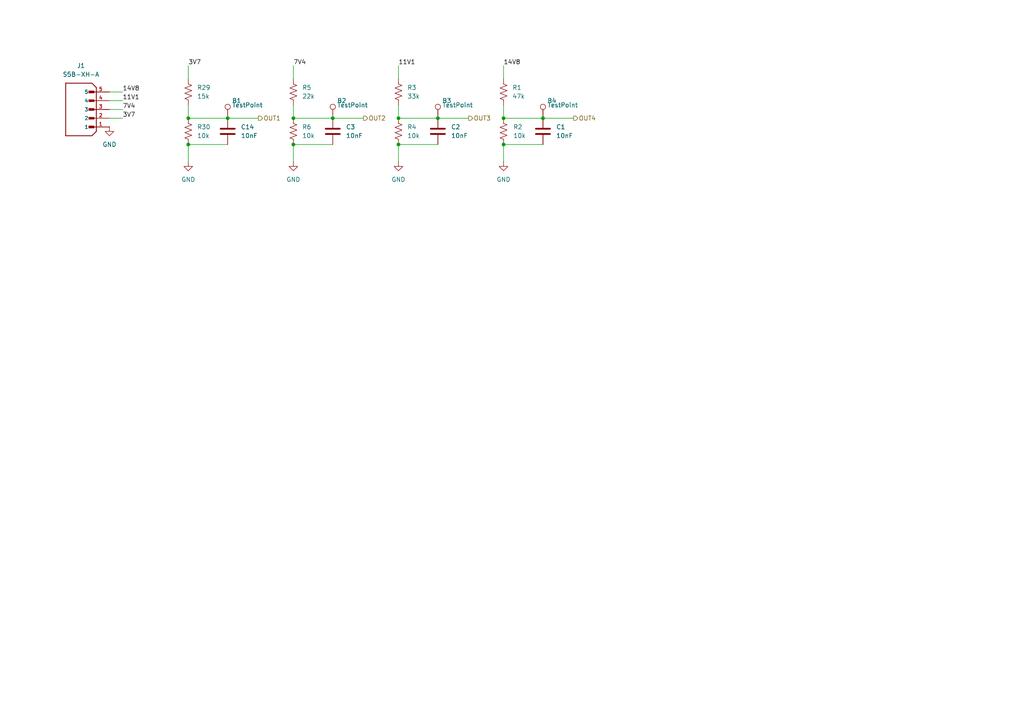
<source format=kicad_sch>
(kicad_sch
	(version 20250114)
	(generator "eeschema")
	(generator_version "9.0")
	(uuid "64dd58dd-0f80-4046-8958-33031e8c772b")
	(paper "A4")
	(lib_symbols
		(symbol "Connector:TestPoint"
			(pin_numbers
				(hide yes)
			)
			(pin_names
				(offset 0.762)
				(hide yes)
			)
			(exclude_from_sim no)
			(in_bom yes)
			(on_board yes)
			(property "Reference" "TP"
				(at 0 6.858 0)
				(effects
					(font
						(size 1.27 1.27)
					)
				)
			)
			(property "Value" "TestPoint"
				(at 0 5.08 0)
				(effects
					(font
						(size 1.27 1.27)
					)
				)
			)
			(property "Footprint" ""
				(at 5.08 0 0)
				(effects
					(font
						(size 1.27 1.27)
					)
					(hide yes)
				)
			)
			(property "Datasheet" "~"
				(at 5.08 0 0)
				(effects
					(font
						(size 1.27 1.27)
					)
					(hide yes)
				)
			)
			(property "Description" "test point"
				(at 0 0 0)
				(effects
					(font
						(size 1.27 1.27)
					)
					(hide yes)
				)
			)
			(property "ki_keywords" "test point tp"
				(at 0 0 0)
				(effects
					(font
						(size 1.27 1.27)
					)
					(hide yes)
				)
			)
			(property "ki_fp_filters" "Pin* Test*"
				(at 0 0 0)
				(effects
					(font
						(size 1.27 1.27)
					)
					(hide yes)
				)
			)
			(symbol "TestPoint_0_1"
				(circle
					(center 0 3.302)
					(radius 0.762)
					(stroke
						(width 0)
						(type default)
					)
					(fill
						(type none)
					)
				)
			)
			(symbol "TestPoint_1_1"
				(pin passive line
					(at 0 0 90)
					(length 2.54)
					(name "1"
						(effects
							(font
								(size 1.27 1.27)
							)
						)
					)
					(number "1"
						(effects
							(font
								(size 1.27 1.27)
							)
						)
					)
				)
			)
			(embedded_fonts no)
		)
		(symbol "Device:C"
			(pin_numbers
				(hide yes)
			)
			(pin_names
				(offset 0.254)
			)
			(exclude_from_sim no)
			(in_bom yes)
			(on_board yes)
			(property "Reference" "C"
				(at 0.635 2.54 0)
				(effects
					(font
						(size 1.27 1.27)
					)
					(justify left)
				)
			)
			(property "Value" "C"
				(at 0.635 -2.54 0)
				(effects
					(font
						(size 1.27 1.27)
					)
					(justify left)
				)
			)
			(property "Footprint" ""
				(at 0.9652 -3.81 0)
				(effects
					(font
						(size 1.27 1.27)
					)
					(hide yes)
				)
			)
			(property "Datasheet" "~"
				(at 0 0 0)
				(effects
					(font
						(size 1.27 1.27)
					)
					(hide yes)
				)
			)
			(property "Description" "Unpolarized capacitor"
				(at 0 0 0)
				(effects
					(font
						(size 1.27 1.27)
					)
					(hide yes)
				)
			)
			(property "ki_keywords" "cap capacitor"
				(at 0 0 0)
				(effects
					(font
						(size 1.27 1.27)
					)
					(hide yes)
				)
			)
			(property "ki_fp_filters" "C_*"
				(at 0 0 0)
				(effects
					(font
						(size 1.27 1.27)
					)
					(hide yes)
				)
			)
			(symbol "C_0_1"
				(polyline
					(pts
						(xy -2.032 0.762) (xy 2.032 0.762)
					)
					(stroke
						(width 0.508)
						(type default)
					)
					(fill
						(type none)
					)
				)
				(polyline
					(pts
						(xy -2.032 -0.762) (xy 2.032 -0.762)
					)
					(stroke
						(width 0.508)
						(type default)
					)
					(fill
						(type none)
					)
				)
			)
			(symbol "C_1_1"
				(pin passive line
					(at 0 3.81 270)
					(length 2.794)
					(name "~"
						(effects
							(font
								(size 1.27 1.27)
							)
						)
					)
					(number "1"
						(effects
							(font
								(size 1.27 1.27)
							)
						)
					)
				)
				(pin passive line
					(at 0 -3.81 90)
					(length 2.794)
					(name "~"
						(effects
							(font
								(size 1.27 1.27)
							)
						)
					)
					(number "2"
						(effects
							(font
								(size 1.27 1.27)
							)
						)
					)
				)
			)
			(embedded_fonts no)
		)
		(symbol "Device:R_US"
			(pin_numbers
				(hide yes)
			)
			(pin_names
				(offset 0)
			)
			(exclude_from_sim no)
			(in_bom yes)
			(on_board yes)
			(property "Reference" "R"
				(at 2.54 0 90)
				(effects
					(font
						(size 1.27 1.27)
					)
				)
			)
			(property "Value" "R_US"
				(at -2.54 0 90)
				(effects
					(font
						(size 1.27 1.27)
					)
				)
			)
			(property "Footprint" ""
				(at 1.016 -0.254 90)
				(effects
					(font
						(size 1.27 1.27)
					)
					(hide yes)
				)
			)
			(property "Datasheet" "~"
				(at 0 0 0)
				(effects
					(font
						(size 1.27 1.27)
					)
					(hide yes)
				)
			)
			(property "Description" "Resistor, US symbol"
				(at 0 0 0)
				(effects
					(font
						(size 1.27 1.27)
					)
					(hide yes)
				)
			)
			(property "ki_keywords" "R res resistor"
				(at 0 0 0)
				(effects
					(font
						(size 1.27 1.27)
					)
					(hide yes)
				)
			)
			(property "ki_fp_filters" "R_*"
				(at 0 0 0)
				(effects
					(font
						(size 1.27 1.27)
					)
					(hide yes)
				)
			)
			(symbol "R_US_0_1"
				(polyline
					(pts
						(xy 0 2.286) (xy 0 2.54)
					)
					(stroke
						(width 0)
						(type default)
					)
					(fill
						(type none)
					)
				)
				(polyline
					(pts
						(xy 0 2.286) (xy 1.016 1.905) (xy 0 1.524) (xy -1.016 1.143) (xy 0 0.762)
					)
					(stroke
						(width 0)
						(type default)
					)
					(fill
						(type none)
					)
				)
				(polyline
					(pts
						(xy 0 0.762) (xy 1.016 0.381) (xy 0 0) (xy -1.016 -0.381) (xy 0 -0.762)
					)
					(stroke
						(width 0)
						(type default)
					)
					(fill
						(type none)
					)
				)
				(polyline
					(pts
						(xy 0 -0.762) (xy 1.016 -1.143) (xy 0 -1.524) (xy -1.016 -1.905) (xy 0 -2.286)
					)
					(stroke
						(width 0)
						(type default)
					)
					(fill
						(type none)
					)
				)
				(polyline
					(pts
						(xy 0 -2.286) (xy 0 -2.54)
					)
					(stroke
						(width 0)
						(type default)
					)
					(fill
						(type none)
					)
				)
			)
			(symbol "R_US_1_1"
				(pin passive line
					(at 0 3.81 270)
					(length 1.27)
					(name "~"
						(effects
							(font
								(size 1.27 1.27)
							)
						)
					)
					(number "1"
						(effects
							(font
								(size 1.27 1.27)
							)
						)
					)
				)
				(pin passive line
					(at 0 -3.81 90)
					(length 1.27)
					(name "~"
						(effects
							(font
								(size 1.27 1.27)
							)
						)
					)
					(number "2"
						(effects
							(font
								(size 1.27 1.27)
							)
						)
					)
				)
			)
			(embedded_fonts no)
		)
		(symbol "S5B-XH-A:S5B-XH-A"
			(pin_names
				(offset 1.016)
			)
			(exclude_from_sim no)
			(in_bom yes)
			(on_board yes)
			(property "Reference" "J"
				(at 0 8.89 0)
				(effects
					(font
						(size 1.27 1.27)
					)
					(justify left bottom)
				)
			)
			(property "Value" "S5B-XH-A"
				(at 0 -10.16 0)
				(effects
					(font
						(size 1.27 1.27)
					)
					(justify left bottom)
				)
			)
			(property "Footprint" "S5B-XH-A:JST_S5B-XH-A"
				(at 0 0 0)
				(effects
					(font
						(size 1.27 1.27)
					)
					(justify bottom)
					(hide yes)
				)
			)
			(property "Datasheet" ""
				(at 0 0 0)
				(effects
					(font
						(size 1.27 1.27)
					)
					(hide yes)
				)
			)
			(property "Description" ""
				(at 0 0 0)
				(effects
					(font
						(size 1.27 1.27)
					)
					(hide yes)
				)
			)
			(property "MF" "JST Sales"
				(at 0 0 0)
				(effects
					(font
						(size 1.27 1.27)
					)
					(justify bottom)
					(hide yes)
				)
			)
			(property "MAXIMUM_PACKAGE_HEIGHT" "6.1mm"
				(at 0 0 0)
				(effects
					(font
						(size 1.27 1.27)
					)
					(justify bottom)
					(hide yes)
				)
			)
			(property "Package" "None"
				(at 0 0 0)
				(effects
					(font
						(size 1.27 1.27)
					)
					(justify bottom)
					(hide yes)
				)
			)
			(property "Price" "None"
				(at 0 0 0)
				(effects
					(font
						(size 1.27 1.27)
					)
					(justify bottom)
					(hide yes)
				)
			)
			(property "Check_prices" "https://www.snapeda.com/parts/S5B-XH-A/JST+Sales+America+Inc./view-part/?ref=eda"
				(at 0 0 0)
				(effects
					(font
						(size 1.27 1.27)
					)
					(justify bottom)
					(hide yes)
				)
			)
			(property "STANDARD" "Manufacturer Recommendations"
				(at 0 0 0)
				(effects
					(font
						(size 1.27 1.27)
					)
					(justify bottom)
					(hide yes)
				)
			)
			(property "PARTREV" "27-1-20"
				(at 0 0 0)
				(effects
					(font
						(size 1.27 1.27)
					)
					(justify bottom)
					(hide yes)
				)
			)
			(property "SnapEDA_Link" "https://www.snapeda.com/parts/S5B-XH-A/JST+Sales+America+Inc./view-part/?ref=snap"
				(at 0 0 0)
				(effects
					(font
						(size 1.27 1.27)
					)
					(justify bottom)
					(hide yes)
				)
			)
			(property "MP" "S5B-XH-A"
				(at 0 0 0)
				(effects
					(font
						(size 1.27 1.27)
					)
					(justify bottom)
					(hide yes)
				)
			)
			(property "Purchase-URL" "https://www.snapeda.com/api/url_track_click_mouser/?unipart_id=494429&manufacturer=JST Sales&part_name=S5B-XH-A&search_term=jst xh"
				(at 0 0 0)
				(effects
					(font
						(size 1.27 1.27)
					)
					(justify bottom)
					(hide yes)
				)
			)
			(property "Description_1" "\nConnector Header Through Hole, Right Angle 5 position 0.098 (2.50mm)\n"
				(at 0 0 0)
				(effects
					(font
						(size 1.27 1.27)
					)
					(justify bottom)
					(hide yes)
				)
			)
			(property "Availability" "In Stock"
				(at 0 0 0)
				(effects
					(font
						(size 1.27 1.27)
					)
					(justify bottom)
					(hide yes)
				)
			)
			(property "MANUFACTURER" "JST"
				(at 0 0 0)
				(effects
					(font
						(size 1.27 1.27)
					)
					(justify bottom)
					(hide yes)
				)
			)
			(symbol "S5B-XH-A_0_0"
				(polyline
					(pts
						(xy -1.27 6.35) (xy -1.27 -6.35)
					)
					(stroke
						(width 0.254)
						(type default)
					)
					(fill
						(type none)
					)
				)
				(polyline
					(pts
						(xy -1.27 6.35) (xy 0 7.62)
					)
					(stroke
						(width 0.254)
						(type default)
					)
					(fill
						(type none)
					)
				)
				(polyline
					(pts
						(xy -1.27 -6.35) (xy 0 -7.62)
					)
					(stroke
						(width 0.254)
						(type default)
					)
					(fill
						(type none)
					)
				)
				(rectangle
					(start -0.635 4.7625)
					(end 0.9525 5.3975)
					(stroke
						(width 0.1)
						(type default)
					)
					(fill
						(type outline)
					)
				)
				(rectangle
					(start -0.635 2.2225)
					(end 0.9525 2.8575)
					(stroke
						(width 0.1)
						(type default)
					)
					(fill
						(type outline)
					)
				)
				(rectangle
					(start -0.635 -0.3175)
					(end 0.9525 0.3175)
					(stroke
						(width 0.1)
						(type default)
					)
					(fill
						(type outline)
					)
				)
				(rectangle
					(start -0.635 -2.8575)
					(end 0.9525 -2.2225)
					(stroke
						(width 0.1)
						(type default)
					)
					(fill
						(type outline)
					)
				)
				(rectangle
					(start -0.635 -5.3975)
					(end 0.9525 -4.7625)
					(stroke
						(width 0.1)
						(type default)
					)
					(fill
						(type outline)
					)
				)
				(polyline
					(pts
						(xy 0 -7.62) (xy 7.62 -7.62)
					)
					(stroke
						(width 0.254)
						(type default)
					)
					(fill
						(type none)
					)
				)
				(polyline
					(pts
						(xy 7.62 7.62) (xy 0 7.62)
					)
					(stroke
						(width 0.254)
						(type default)
					)
					(fill
						(type none)
					)
				)
				(polyline
					(pts
						(xy 7.62 -7.62) (xy 7.62 7.62)
					)
					(stroke
						(width 0.254)
						(type default)
					)
					(fill
						(type none)
					)
				)
				(pin passive line
					(at -5.08 5.08 0)
					(length 5.08)
					(name "1"
						(effects
							(font
								(size 1.016 1.016)
							)
						)
					)
					(number "1"
						(effects
							(font
								(size 1.016 1.016)
							)
						)
					)
				)
				(pin passive line
					(at -5.08 2.54 0)
					(length 5.08)
					(name "2"
						(effects
							(font
								(size 1.016 1.016)
							)
						)
					)
					(number "2"
						(effects
							(font
								(size 1.016 1.016)
							)
						)
					)
				)
				(pin passive line
					(at -5.08 0 0)
					(length 5.08)
					(name "3"
						(effects
							(font
								(size 1.016 1.016)
							)
						)
					)
					(number "3"
						(effects
							(font
								(size 1.016 1.016)
							)
						)
					)
				)
				(pin passive line
					(at -5.08 -2.54 0)
					(length 5.08)
					(name "4"
						(effects
							(font
								(size 1.016 1.016)
							)
						)
					)
					(number "4"
						(effects
							(font
								(size 1.016 1.016)
							)
						)
					)
				)
				(pin passive line
					(at -5.08 -5.08 0)
					(length 5.08)
					(name "5"
						(effects
							(font
								(size 1.016 1.016)
							)
						)
					)
					(number "5"
						(effects
							(font
								(size 1.016 1.016)
							)
						)
					)
				)
			)
			(embedded_fonts no)
		)
		(symbol "power:GND"
			(power)
			(pin_numbers
				(hide yes)
			)
			(pin_names
				(offset 0)
				(hide yes)
			)
			(exclude_from_sim no)
			(in_bom yes)
			(on_board yes)
			(property "Reference" "#PWR"
				(at 0 -6.35 0)
				(effects
					(font
						(size 1.27 1.27)
					)
					(hide yes)
				)
			)
			(property "Value" "GND"
				(at 0 -3.81 0)
				(effects
					(font
						(size 1.27 1.27)
					)
				)
			)
			(property "Footprint" ""
				(at 0 0 0)
				(effects
					(font
						(size 1.27 1.27)
					)
					(hide yes)
				)
			)
			(property "Datasheet" ""
				(at 0 0 0)
				(effects
					(font
						(size 1.27 1.27)
					)
					(hide yes)
				)
			)
			(property "Description" "Power symbol creates a global label with name \"GND\" , ground"
				(at 0 0 0)
				(effects
					(font
						(size 1.27 1.27)
					)
					(hide yes)
				)
			)
			(property "ki_keywords" "global power"
				(at 0 0 0)
				(effects
					(font
						(size 1.27 1.27)
					)
					(hide yes)
				)
			)
			(symbol "GND_0_1"
				(polyline
					(pts
						(xy 0 0) (xy 0 -1.27) (xy 1.27 -1.27) (xy 0 -2.54) (xy -1.27 -1.27) (xy 0 -1.27)
					)
					(stroke
						(width 0)
						(type default)
					)
					(fill
						(type none)
					)
				)
			)
			(symbol "GND_1_1"
				(pin power_in line
					(at 0 0 270)
					(length 0)
					(name "~"
						(effects
							(font
								(size 1.27 1.27)
							)
						)
					)
					(number "1"
						(effects
							(font
								(size 1.27 1.27)
							)
						)
					)
				)
			)
			(embedded_fonts no)
		)
	)
	(junction
		(at 66.04 34.29)
		(diameter 0)
		(color 0 0 0 0)
		(uuid "2114fd0e-f2e7-462f-9fe7-dd6843c3829b")
	)
	(junction
		(at 54.61 34.29)
		(diameter 0)
		(color 0 0 0 0)
		(uuid "258068eb-28f4-4ac2-99a1-dafe47c80aef")
	)
	(junction
		(at 115.57 41.91)
		(diameter 0)
		(color 0 0 0 0)
		(uuid "4ac9da82-fd81-4faf-bbf1-653abc97a74c")
	)
	(junction
		(at 85.09 34.29)
		(diameter 0)
		(color 0 0 0 0)
		(uuid "5e76b00b-3af8-425e-9265-3693d4fa0f97")
	)
	(junction
		(at 146.05 34.29)
		(diameter 0)
		(color 0 0 0 0)
		(uuid "68145562-db50-436a-9aab-34c46037aca2")
	)
	(junction
		(at 115.57 34.29)
		(diameter 0)
		(color 0 0 0 0)
		(uuid "7c2107d6-6bc7-4ad5-ac76-620a303dd871")
	)
	(junction
		(at 157.48 34.29)
		(diameter 0)
		(color 0 0 0 0)
		(uuid "862132cb-2249-45dc-8e2f-f16894f394d4")
	)
	(junction
		(at 146.05 41.91)
		(diameter 0)
		(color 0 0 0 0)
		(uuid "9c3f382e-0a69-42ce-9337-0e4860699a69")
	)
	(junction
		(at 54.61 41.91)
		(diameter 0)
		(color 0 0 0 0)
		(uuid "be7dafa1-b7cb-462b-8039-16e068b0f86e")
	)
	(junction
		(at 85.09 41.91)
		(diameter 0)
		(color 0 0 0 0)
		(uuid "e5e41f8e-0438-41ec-964a-a5b5c69aacb3")
	)
	(junction
		(at 96.52 34.29)
		(diameter 0)
		(color 0 0 0 0)
		(uuid "e6cab96b-10c7-45c8-ad58-e11a898703c7")
	)
	(junction
		(at 127 34.29)
		(diameter 0)
		(color 0 0 0 0)
		(uuid "eb7ef9bb-4c0e-46d9-8ab4-05f5648cfbed")
	)
	(wire
		(pts
			(xy 31.75 31.75) (xy 35.56 31.75)
		)
		(stroke
			(width 0)
			(type default)
		)
		(uuid "0df60097-31f1-4b5c-b24a-ad9b3f36eda4")
	)
	(wire
		(pts
			(xy 54.61 34.29) (xy 66.04 34.29)
		)
		(stroke
			(width 0)
			(type default)
		)
		(uuid "13bbf6d3-0766-4596-b8a2-f7718bfb6b2e")
	)
	(wire
		(pts
			(xy 115.57 34.29) (xy 127 34.29)
		)
		(stroke
			(width 0)
			(type default)
		)
		(uuid "226c7314-8554-421e-b267-978a764aa47d")
	)
	(wire
		(pts
			(xy 31.75 34.29) (xy 35.56 34.29)
		)
		(stroke
			(width 0)
			(type default)
		)
		(uuid "287f1389-2fc4-48d1-9904-5d2963dbbb71")
	)
	(wire
		(pts
			(xy 31.75 29.21) (xy 35.56 29.21)
		)
		(stroke
			(width 0)
			(type default)
		)
		(uuid "2f212e7a-b1f0-4687-899d-8deafd62bec0")
	)
	(wire
		(pts
			(xy 85.09 41.91) (xy 85.09 46.99)
		)
		(stroke
			(width 0)
			(type default)
		)
		(uuid "2f8c8cb7-f028-408c-8b1d-8fc342a1aa83")
	)
	(wire
		(pts
			(xy 54.61 30.48) (xy 54.61 34.29)
		)
		(stroke
			(width 0)
			(type default)
		)
		(uuid "4655d46f-5774-45c0-b51e-725bfd79d98c")
	)
	(wire
		(pts
			(xy 54.61 41.91) (xy 66.04 41.91)
		)
		(stroke
			(width 0)
			(type default)
		)
		(uuid "4c11eb28-7fb1-4b4c-ad87-c829bf7e6c42")
	)
	(wire
		(pts
			(xy 66.04 34.29) (xy 74.93 34.29)
		)
		(stroke
			(width 0)
			(type default)
		)
		(uuid "56d3f1e8-bcde-461e-9432-1f72ebf535be")
	)
	(wire
		(pts
			(xy 146.05 41.91) (xy 146.05 46.99)
		)
		(stroke
			(width 0)
			(type default)
		)
		(uuid "5c1791df-6e06-45b5-a515-e65112a9e886")
	)
	(wire
		(pts
			(xy 115.57 41.91) (xy 115.57 46.99)
		)
		(stroke
			(width 0)
			(type default)
		)
		(uuid "6b53a061-e12c-439f-87e5-3c177d40dfd7")
	)
	(wire
		(pts
			(xy 146.05 19.05) (xy 146.05 22.86)
		)
		(stroke
			(width 0)
			(type default)
		)
		(uuid "82315089-6d1e-488c-afe2-0a48ab10b9f5")
	)
	(wire
		(pts
			(xy 146.05 41.91) (xy 157.48 41.91)
		)
		(stroke
			(width 0)
			(type default)
		)
		(uuid "948d4c3f-263f-490d-bb87-23b1d6af7f0f")
	)
	(wire
		(pts
			(xy 85.09 41.91) (xy 96.52 41.91)
		)
		(stroke
			(width 0)
			(type default)
		)
		(uuid "979c09b7-7e83-4c29-b8b8-82ce1d2ca09f")
	)
	(wire
		(pts
			(xy 54.61 41.91) (xy 54.61 46.99)
		)
		(stroke
			(width 0)
			(type default)
		)
		(uuid "997969a7-9638-43ce-8d2f-25ee601cf968")
	)
	(wire
		(pts
			(xy 127 34.29) (xy 135.89 34.29)
		)
		(stroke
			(width 0)
			(type default)
		)
		(uuid "9f7d7f1b-257b-49a3-8265-5b92afc0401f")
	)
	(wire
		(pts
			(xy 115.57 30.48) (xy 115.57 34.29)
		)
		(stroke
			(width 0)
			(type default)
		)
		(uuid "9f927309-f61b-4812-bcf8-7574a9dd126d")
	)
	(wire
		(pts
			(xy 85.09 34.29) (xy 96.52 34.29)
		)
		(stroke
			(width 0)
			(type default)
		)
		(uuid "a5eb368c-9f25-4a9e-a9f4-98f2cd0de88a")
	)
	(wire
		(pts
			(xy 157.48 34.29) (xy 166.37 34.29)
		)
		(stroke
			(width 0)
			(type default)
		)
		(uuid "a7e3bd4a-3b15-4ad8-8d97-5918ef763e92")
	)
	(wire
		(pts
			(xy 115.57 41.91) (xy 127 41.91)
		)
		(stroke
			(width 0)
			(type default)
		)
		(uuid "af60f9e0-c9b3-458b-82cd-98823f50d248")
	)
	(wire
		(pts
			(xy 31.75 26.67) (xy 35.56 26.67)
		)
		(stroke
			(width 0)
			(type default)
		)
		(uuid "b0b2b73d-f051-4600-a7ba-c8fca4ff9109")
	)
	(wire
		(pts
			(xy 85.09 19.05) (xy 85.09 22.86)
		)
		(stroke
			(width 0)
			(type default)
		)
		(uuid "b607f3e4-66cf-4624-b457-8f93753b4f16")
	)
	(wire
		(pts
			(xy 96.52 34.29) (xy 105.41 34.29)
		)
		(stroke
			(width 0)
			(type default)
		)
		(uuid "c0114a2b-725f-4d17-8792-1f4759238a8f")
	)
	(wire
		(pts
			(xy 85.09 30.48) (xy 85.09 34.29)
		)
		(stroke
			(width 0)
			(type default)
		)
		(uuid "ceef7415-20c1-4175-8545-5618ee4631d5")
	)
	(wire
		(pts
			(xy 146.05 34.29) (xy 157.48 34.29)
		)
		(stroke
			(width 0)
			(type default)
		)
		(uuid "db013f60-8489-42ff-9d5c-1ad307d92da7")
	)
	(wire
		(pts
			(xy 115.57 19.05) (xy 115.57 22.86)
		)
		(stroke
			(width 0)
			(type default)
		)
		(uuid "e432b69f-446c-4446-b9f7-948ae4b9f5e6")
	)
	(wire
		(pts
			(xy 54.61 19.05) (xy 54.61 22.86)
		)
		(stroke
			(width 0)
			(type default)
		)
		(uuid "e7bce9b1-6aaa-4931-b080-c4bcdfd1f56c")
	)
	(wire
		(pts
			(xy 146.05 30.48) (xy 146.05 34.29)
		)
		(stroke
			(width 0)
			(type default)
		)
		(uuid "ef0fdd68-3aa1-4421-9629-46b4144b7d03")
	)
	(label "7V4"
		(at 85.09 19.05 0)
		(effects
			(font
				(size 1.27 1.27)
			)
			(justify left bottom)
		)
		(uuid "01a80686-47ed-4ef6-a791-feb848f58a8f")
	)
	(label "11V1"
		(at 115.57 19.05 0)
		(effects
			(font
				(size 1.27 1.27)
			)
			(justify left bottom)
		)
		(uuid "02680a9c-d157-4637-91fa-0324a334fbf0")
	)
	(label "3V7"
		(at 54.61 19.05 0)
		(effects
			(font
				(size 1.27 1.27)
			)
			(justify left bottom)
		)
		(uuid "1a096163-e759-4664-84ea-a16e7883bbe5")
	)
	(label "7V4"
		(at 35.56 31.75 0)
		(effects
			(font
				(size 1.27 1.27)
			)
			(justify left bottom)
		)
		(uuid "27c90276-4978-4ded-90aa-4f2b758bacad")
	)
	(label "14V8"
		(at 35.56 26.67 0)
		(effects
			(font
				(size 1.27 1.27)
			)
			(justify left bottom)
		)
		(uuid "312fe0f1-3122-4c49-96bb-8a6056105748")
	)
	(label "14V8"
		(at 146.05 19.05 0)
		(effects
			(font
				(size 1.27 1.27)
			)
			(justify left bottom)
		)
		(uuid "5b68c4a5-4a83-4a5f-9664-30fc31592e3a")
	)
	(label "3V7"
		(at 35.56 34.29 0)
		(effects
			(font
				(size 1.27 1.27)
			)
			(justify left bottom)
		)
		(uuid "616c09dd-f989-4e55-bae4-97a453a5dda3")
	)
	(label "11V1"
		(at 35.56 29.21 0)
		(effects
			(font
				(size 1.27 1.27)
			)
			(justify left bottom)
		)
		(uuid "c0a3c763-a177-4ed8-965e-0483aa5f6edd")
	)
	(hierarchical_label "OUT2"
		(shape output)
		(at 105.41 34.29 0)
		(effects
			(font
				(size 1.27 1.27)
			)
			(justify left)
		)
		(uuid "0c0b03bc-c76e-4f7c-9d00-6fd1ee472114")
	)
	(hierarchical_label "OUT4"
		(shape output)
		(at 166.37 34.29 0)
		(effects
			(font
				(size 1.27 1.27)
			)
			(justify left)
		)
		(uuid "32be78ef-9cd7-45db-9f0b-47ee00b7593e")
	)
	(hierarchical_label "OUT1"
		(shape output)
		(at 74.93 34.29 0)
		(effects
			(font
				(size 1.27 1.27)
			)
			(justify left)
		)
		(uuid "7f85803d-97b6-4f7a-97b3-befc90b21ee6")
	)
	(hierarchical_label "OUT3"
		(shape output)
		(at 135.89 34.29 0)
		(effects
			(font
				(size 1.27 1.27)
			)
			(justify left)
		)
		(uuid "f1add398-3984-4df8-a722-4954a8c58a61")
	)
	(symbol
		(lib_id "power:GND")
		(at 31.75 36.83 0)
		(unit 1)
		(exclude_from_sim no)
		(in_bom yes)
		(on_board yes)
		(dnp no)
		(fields_autoplaced yes)
		(uuid "0a4e74ab-0a23-4092-9131-2980e64803e7")
		(property "Reference" "#PWR014"
			(at 31.75 43.18 0)
			(effects
				(font
					(size 1.27 1.27)
				)
				(hide yes)
			)
		)
		(property "Value" "GND"
			(at 31.75 41.91 0)
			(effects
				(font
					(size 1.27 1.27)
				)
			)
		)
		(property "Footprint" ""
			(at 31.75 36.83 0)
			(effects
				(font
					(size 1.27 1.27)
				)
				(hide yes)
			)
		)
		(property "Datasheet" ""
			(at 31.75 36.83 0)
			(effects
				(font
					(size 1.27 1.27)
				)
				(hide yes)
			)
		)
		(property "Description" "Power symbol creates a global label with name \"GND\" , ground"
			(at 31.75 36.83 0)
			(effects
				(font
					(size 1.27 1.27)
				)
				(hide yes)
			)
		)
		(pin "1"
			(uuid "95bb7e99-f156-42fd-b677-691b5bd40f80")
		)
		(instances
			(project "voltage monitor"
				(path "/64dd58dd-0f80-4046-8958-33031e8c772b"
					(reference "#PWR01")
					(unit 1)
				)
			)
			(project "battery monitoring board"
				(path "/bf623d80-ca5a-491f-9daa-4dffbeba5279/26c6129c-8fb5-4658-8c7a-1dc4298981ba"
					(reference "#PWR033")
					(unit 1)
				)
				(path "/bf623d80-ca5a-491f-9daa-4dffbeba5279/986cc9e1-c37e-4aa2-b3b5-8e2dcbe750c5"
					(reference "#PWR014")
					(unit 1)
				)
			)
		)
	)
	(symbol
		(lib_id "Device:R_US")
		(at 54.61 26.67 180)
		(unit 1)
		(exclude_from_sim no)
		(in_bom yes)
		(on_board yes)
		(dnp no)
		(fields_autoplaced yes)
		(uuid "0e082ce0-b91d-4f3f-b5f3-a021d17fa476")
		(property "Reference" "R27"
			(at 57.15 25.3999 0)
			(effects
				(font
					(size 1.27 1.27)
				)
				(justify right)
			)
		)
		(property "Value" "15k"
			(at 57.15 27.9399 0)
			(effects
				(font
					(size 1.27 1.27)
				)
				(justify right)
			)
		)
		(property "Footprint" "Resistor_SMD:R_0805_2012Metric_Pad1.20x1.40mm_HandSolder"
			(at 53.594 26.416 90)
			(effects
				(font
					(size 1.27 1.27)
				)
				(hide yes)
			)
		)
		(property "Datasheet" "~"
			(at 54.61 26.67 0)
			(effects
				(font
					(size 1.27 1.27)
				)
				(hide yes)
			)
		)
		(property "Description" "Resistor, US symbol"
			(at 54.61 26.67 0)
			(effects
				(font
					(size 1.27 1.27)
				)
				(hide yes)
			)
		)
		(pin "1"
			(uuid "fb299458-8fa0-44e1-95df-dacbc0ae1624")
		)
		(pin "2"
			(uuid "04737bda-e7c2-49c3-ba06-7af0c1b2925d")
		)
		(instances
			(project "battery monitoring board"
				(path "/bf623d80-ca5a-491f-9daa-4dffbeba5279/26c6129c-8fb5-4658-8c7a-1dc4298981ba"
					(reference "R29")
					(unit 1)
				)
				(path "/bf623d80-ca5a-491f-9daa-4dffbeba5279/986cc9e1-c37e-4aa2-b3b5-8e2dcbe750c5"
					(reference "R27")
					(unit 1)
				)
			)
		)
	)
	(symbol
		(lib_id "Device:R_US")
		(at 146.05 38.1 180)
		(unit 1)
		(exclude_from_sim no)
		(in_bom yes)
		(on_board yes)
		(dnp no)
		(uuid "3b0115a3-fa4e-4ed7-8235-8c529e5aec79")
		(property "Reference" "R9"
			(at 148.844 36.83 0)
			(effects
				(font
					(size 1.27 1.27)
				)
				(justify right)
			)
		)
		(property "Value" "10k"
			(at 148.844 39.37 0)
			(effects
				(font
					(size 1.27 1.27)
				)
				(justify right)
			)
		)
		(property "Footprint" "Resistor_SMD:R_0805_2012Metric_Pad1.20x1.40mm_HandSolder"
			(at 145.034 37.846 90)
			(effects
				(font
					(size 1.27 1.27)
				)
				(hide yes)
			)
		)
		(property "Datasheet" "~"
			(at 146.05 38.1 0)
			(effects
				(font
					(size 1.27 1.27)
				)
				(hide yes)
			)
		)
		(property "Description" "Resistor, US symbol"
			(at 146.05 38.1 0)
			(effects
				(font
					(size 1.27 1.27)
				)
				(hide yes)
			)
		)
		(pin "1"
			(uuid "4c1e61be-279d-4d09-bd9d-27251797319b")
		)
		(pin "2"
			(uuid "b434eb64-0ebe-4f9b-8465-681edb5c3c39")
		)
		(instances
			(project "voltage monitor"
				(path "/64dd58dd-0f80-4046-8958-33031e8c772b"
					(reference "R2")
					(unit 1)
				)
			)
			(project "battery monitoring board"
				(path "/bf623d80-ca5a-491f-9daa-4dffbeba5279/26c6129c-8fb5-4658-8c7a-1dc4298981ba"
					(reference "R25")
					(unit 1)
				)
				(path "/bf623d80-ca5a-491f-9daa-4dffbeba5279/986cc9e1-c37e-4aa2-b3b5-8e2dcbe750c5"
					(reference "R9")
					(unit 1)
				)
			)
		)
	)
	(symbol
		(lib_id "Device:C")
		(at 96.52 38.1 0)
		(unit 1)
		(exclude_from_sim no)
		(in_bom yes)
		(on_board yes)
		(dnp no)
		(fields_autoplaced yes)
		(uuid "3def8e87-6ae8-4c9f-a6dc-30ada1e530e1")
		(property "Reference" "C3"
			(at 100.33 36.83 0)
			(effects
				(font
					(size 1.27 1.27)
				)
				(justify left)
			)
		)
		(property "Value" "10nF"
			(at 100.33 39.37 0)
			(effects
				(font
					(size 1.27 1.27)
				)
				(justify left)
			)
		)
		(property "Footprint" "Capacitor_SMD:C_0805_2012Metric_Pad1.18x1.45mm_HandSolder"
			(at 97.4852 41.91 0)
			(effects
				(font
					(size 1.27 1.27)
				)
				(hide yes)
			)
		)
		(property "Datasheet" "~"
			(at 96.52 38.1 0)
			(effects
				(font
					(size 1.27 1.27)
				)
				(hide yes)
			)
		)
		(property "Description" "Unpolarized capacitor"
			(at 96.52 38.1 0)
			(effects
				(font
					(size 1.27 1.27)
				)
				(hide yes)
			)
		)
		(pin "1"
			(uuid "e8c9f98b-5304-4be5-bac1-db62a1f90674")
		)
		(pin "2"
			(uuid "c848c937-fd4e-4e2f-932c-8e535d97cf07")
		)
		(instances
			(project "voltage monitor"
				(path "/64dd58dd-0f80-4046-8958-33031e8c772b"
					(reference "C3")
					(unit 1)
				)
			)
			(project "battery monitoring board"
				(path "/bf623d80-ca5a-491f-9daa-4dffbeba5279/26c6129c-8fb5-4658-8c7a-1dc4298981ba"
					(reference "C10")
					(unit 1)
				)
				(path "/bf623d80-ca5a-491f-9daa-4dffbeba5279/986cc9e1-c37e-4aa2-b3b5-8e2dcbe750c5"
					(reference "C3")
					(unit 1)
				)
			)
		)
	)
	(symbol
		(lib_id "Connector:TestPoint")
		(at 66.04 34.29 0)
		(unit 1)
		(exclude_from_sim no)
		(in_bom yes)
		(on_board yes)
		(dnp no)
		(uuid "45102824-1a03-4372-8dcd-6c98b6d2c16d")
		(property "Reference" "A1"
			(at 67.2959 29.21 0)
			(effects
				(font
					(size 1.27 1.27)
				)
				(justify left)
			)
		)
		(property "Value" "TestPoint"
			(at 67.2959 30.48 0)
			(effects
				(font
					(size 1.27 1.27)
				)
				(justify left)
			)
		)
		(property "Footprint" "TestPoint:TestPoint_Pad_1.0x1.0mm"
			(at 71.12 34.29 0)
			(effects
				(font
					(size 1.27 1.27)
				)
				(hide yes)
			)
		)
		(property "Datasheet" "~"
			(at 71.12 34.29 0)
			(effects
				(font
					(size 1.27 1.27)
				)
				(hide yes)
			)
		)
		(property "Description" "test point"
			(at 66.04 34.29 0)
			(effects
				(font
					(size 1.27 1.27)
				)
				(hide yes)
			)
		)
		(pin "1"
			(uuid "0c28bad0-c161-45cd-b82a-230bc3394d75")
		)
		(instances
			(project "battery monitoring board"
				(path "/bf623d80-ca5a-491f-9daa-4dffbeba5279/26c6129c-8fb5-4658-8c7a-1dc4298981ba"
					(reference "B1")
					(unit 1)
				)
				(path "/bf623d80-ca5a-491f-9daa-4dffbeba5279/986cc9e1-c37e-4aa2-b3b5-8e2dcbe750c5"
					(reference "A1")
					(unit 1)
				)
			)
		)
	)
	(symbol
		(lib_id "power:GND")
		(at 54.61 46.99 0)
		(unit 1)
		(exclude_from_sim no)
		(in_bom yes)
		(on_board yes)
		(dnp no)
		(fields_autoplaced yes)
		(uuid "57b7f9b7-b51d-4d86-82cc-ab3e7eaa94f0")
		(property "Reference" "#PWR011"
			(at 54.61 53.34 0)
			(effects
				(font
					(size 1.27 1.27)
				)
				(hide yes)
			)
		)
		(property "Value" "GND"
			(at 54.61 52.07 0)
			(effects
				(font
					(size 1.27 1.27)
				)
			)
		)
		(property "Footprint" ""
			(at 54.61 46.99 0)
			(effects
				(font
					(size 1.27 1.27)
				)
				(hide yes)
			)
		)
		(property "Datasheet" ""
			(at 54.61 46.99 0)
			(effects
				(font
					(size 1.27 1.27)
				)
				(hide yes)
			)
		)
		(property "Description" "Power symbol creates a global label with name \"GND\" , ground"
			(at 54.61 46.99 0)
			(effects
				(font
					(size 1.27 1.27)
				)
				(hide yes)
			)
		)
		(pin "1"
			(uuid "4e9b8611-59c9-4961-86ff-2f7d10340935")
		)
		(instances
			(project "battery monitoring board"
				(path "/bf623d80-ca5a-491f-9daa-4dffbeba5279/26c6129c-8fb5-4658-8c7a-1dc4298981ba"
					(reference "#PWR039")
					(unit 1)
				)
				(path "/bf623d80-ca5a-491f-9daa-4dffbeba5279/986cc9e1-c37e-4aa2-b3b5-8e2dcbe750c5"
					(reference "#PWR011")
					(unit 1)
				)
			)
		)
	)
	(symbol
		(lib_id "Device:C")
		(at 157.48 38.1 0)
		(unit 1)
		(exclude_from_sim no)
		(in_bom yes)
		(on_board yes)
		(dnp no)
		(fields_autoplaced yes)
		(uuid "5ddb2f42-fd90-4481-af82-947e311906ee")
		(property "Reference" "C5"
			(at 161.29 36.83 0)
			(effects
				(font
					(size 1.27 1.27)
				)
				(justify left)
			)
		)
		(property "Value" "10nF"
			(at 161.29 39.37 0)
			(effects
				(font
					(size 1.27 1.27)
				)
				(justify left)
			)
		)
		(property "Footprint" "Capacitor_SMD:C_0805_2012Metric_Pad1.18x1.45mm_HandSolder"
			(at 158.4452 41.91 0)
			(effects
				(font
					(size 1.27 1.27)
				)
				(hide yes)
			)
		)
		(property "Datasheet" "~"
			(at 157.48 38.1 0)
			(effects
				(font
					(size 1.27 1.27)
				)
				(hide yes)
			)
		)
		(property "Description" "Unpolarized capacitor"
			(at 157.48 38.1 0)
			(effects
				(font
					(size 1.27 1.27)
				)
				(hide yes)
			)
		)
		(pin "1"
			(uuid "2fa13d96-6aee-4f31-a8e6-be78b16e21b4")
		)
		(pin "2"
			(uuid "f63f3747-dbd9-4916-9a47-6fc8c78ab4ee")
		)
		(instances
			(project "voltage monitor"
				(path "/64dd58dd-0f80-4046-8958-33031e8c772b"
					(reference "C1")
					(unit 1)
				)
			)
			(project "battery monitoring board"
				(path "/bf623d80-ca5a-491f-9daa-4dffbeba5279/26c6129c-8fb5-4658-8c7a-1dc4298981ba"
					(reference "C12")
					(unit 1)
				)
				(path "/bf623d80-ca5a-491f-9daa-4dffbeba5279/986cc9e1-c37e-4aa2-b3b5-8e2dcbe750c5"
					(reference "C5")
					(unit 1)
				)
			)
		)
	)
	(symbol
		(lib_id "Device:R_US")
		(at 115.57 38.1 0)
		(unit 1)
		(exclude_from_sim no)
		(in_bom yes)
		(on_board yes)
		(dnp no)
		(fields_autoplaced yes)
		(uuid "5ec3efa3-ddec-4152-8997-1a52ab570f0e")
		(property "Reference" "R7"
			(at 118.11 36.83 0)
			(effects
				(font
					(size 1.27 1.27)
				)
				(justify left)
			)
		)
		(property "Value" "10k"
			(at 118.11 39.37 0)
			(effects
				(font
					(size 1.27 1.27)
				)
				(justify left)
			)
		)
		(property "Footprint" "Resistor_SMD:R_0805_2012Metric_Pad1.20x1.40mm_HandSolder"
			(at 116.586 38.354 90)
			(effects
				(font
					(size 1.27 1.27)
				)
				(hide yes)
			)
		)
		(property "Datasheet" "~"
			(at 115.57 38.1 0)
			(effects
				(font
					(size 1.27 1.27)
				)
				(hide yes)
			)
		)
		(property "Description" "Resistor, US symbol"
			(at 115.57 38.1 0)
			(effects
				(font
					(size 1.27 1.27)
				)
				(hide yes)
			)
		)
		(pin "1"
			(uuid "f6c988b2-feca-4fdf-8892-b825121bf6e7")
		)
		(pin "2"
			(uuid "b1bc24b1-b915-4609-b945-36c0d4f5cf44")
		)
		(instances
			(project "voltage monitor"
				(path "/64dd58dd-0f80-4046-8958-33031e8c772b"
					(reference "R4")
					(unit 1)
				)
			)
			(project "battery monitoring board"
				(path "/bf623d80-ca5a-491f-9daa-4dffbeba5279/26c6129c-8fb5-4658-8c7a-1dc4298981ba"
					(reference "R23")
					(unit 1)
				)
				(path "/bf623d80-ca5a-491f-9daa-4dffbeba5279/986cc9e1-c37e-4aa2-b3b5-8e2dcbe750c5"
					(reference "R7")
					(unit 1)
				)
			)
		)
	)
	(symbol
		(lib_id "power:GND")
		(at 85.09 46.99 0)
		(unit 1)
		(exclude_from_sim no)
		(in_bom yes)
		(on_board yes)
		(dnp no)
		(fields_autoplaced yes)
		(uuid "64225c9e-61eb-4ebf-b4cc-00ed9239d0e9")
		(property "Reference" "#PWR016"
			(at 85.09 53.34 0)
			(effects
				(font
					(size 1.27 1.27)
				)
				(hide yes)
			)
		)
		(property "Value" "GND"
			(at 85.09 52.07 0)
			(effects
				(font
					(size 1.27 1.27)
				)
			)
		)
		(property "Footprint" ""
			(at 85.09 46.99 0)
			(effects
				(font
					(size 1.27 1.27)
				)
				(hide yes)
			)
		)
		(property "Datasheet" ""
			(at 85.09 46.99 0)
			(effects
				(font
					(size 1.27 1.27)
				)
				(hide yes)
			)
		)
		(property "Description" "Power symbol creates a global label with name \"GND\" , ground"
			(at 85.09 46.99 0)
			(effects
				(font
					(size 1.27 1.27)
				)
				(hide yes)
			)
		)
		(pin "1"
			(uuid "3309db42-1297-49b9-8657-80ea3ee30eac")
		)
		(instances
			(project "voltage monitor"
				(path "/64dd58dd-0f80-4046-8958-33031e8c772b"
					(reference "#PWR04")
					(unit 1)
				)
			)
			(project "battery monitoring board"
				(path "/bf623d80-ca5a-491f-9daa-4dffbeba5279/26c6129c-8fb5-4658-8c7a-1dc4298981ba"
					(reference "#PWR035")
					(unit 1)
				)
				(path "/bf623d80-ca5a-491f-9daa-4dffbeba5279/986cc9e1-c37e-4aa2-b3b5-8e2dcbe750c5"
					(reference "#PWR016")
					(unit 1)
				)
			)
		)
	)
	(symbol
		(lib_id "power:GND")
		(at 146.05 46.99 0)
		(unit 1)
		(exclude_from_sim no)
		(in_bom yes)
		(on_board yes)
		(dnp no)
		(fields_autoplaced yes)
		(uuid "721ff981-2c24-47d6-a05f-6b6bae9ada75")
		(property "Reference" "#PWR018"
			(at 146.05 53.34 0)
			(effects
				(font
					(size 1.27 1.27)
				)
				(hide yes)
			)
		)
		(property "Value" "GND"
			(at 146.05 52.07 0)
			(effects
				(font
					(size 1.27 1.27)
				)
			)
		)
		(property "Footprint" ""
			(at 146.05 46.99 0)
			(effects
				(font
					(size 1.27 1.27)
				)
				(hide yes)
			)
		)
		(property "Datasheet" ""
			(at 146.05 46.99 0)
			(effects
				(font
					(size 1.27 1.27)
				)
				(hide yes)
			)
		)
		(property "Description" "Power symbol creates a global label with name \"GND\" , ground"
			(at 146.05 46.99 0)
			(effects
				(font
					(size 1.27 1.27)
				)
				(hide yes)
			)
		)
		(pin "1"
			(uuid "0e41fd64-c761-43a6-9372-ca2e32751318")
		)
		(instances
			(project "voltage monitor"
				(path "/64dd58dd-0f80-4046-8958-33031e8c772b"
					(reference "#PWR02")
					(unit 1)
				)
			)
			(project "battery monitoring board"
				(path "/bf623d80-ca5a-491f-9daa-4dffbeba5279/26c6129c-8fb5-4658-8c7a-1dc4298981ba"
					(reference "#PWR037")
					(unit 1)
				)
				(path "/bf623d80-ca5a-491f-9daa-4dffbeba5279/986cc9e1-c37e-4aa2-b3b5-8e2dcbe750c5"
					(reference "#PWR018")
					(unit 1)
				)
			)
		)
	)
	(symbol
		(lib_id "Device:C")
		(at 66.04 38.1 0)
		(unit 1)
		(exclude_from_sim no)
		(in_bom yes)
		(on_board yes)
		(dnp no)
		(fields_autoplaced yes)
		(uuid "7797cbe5-2ad0-43a0-a5da-09b5c5ecff40")
		(property "Reference" "C13"
			(at 69.85 36.83 0)
			(effects
				(font
					(size 1.27 1.27)
				)
				(justify left)
			)
		)
		(property "Value" "10nF"
			(at 69.85 39.37 0)
			(effects
				(font
					(size 1.27 1.27)
				)
				(justify left)
			)
		)
		(property "Footprint" "Capacitor_SMD:C_0805_2012Metric_Pad1.18x1.45mm_HandSolder"
			(at 67.0052 41.91 0)
			(effects
				(font
					(size 1.27 1.27)
				)
				(hide yes)
			)
		)
		(property "Datasheet" "~"
			(at 66.04 38.1 0)
			(effects
				(font
					(size 1.27 1.27)
				)
				(hide yes)
			)
		)
		(property "Description" "Unpolarized capacitor"
			(at 66.04 38.1 0)
			(effects
				(font
					(size 1.27 1.27)
				)
				(hide yes)
			)
		)
		(pin "1"
			(uuid "8fec2e14-c4f8-4f46-bbb9-f542477c8a6b")
		)
		(pin "2"
			(uuid "028350bb-a592-49af-8feb-858b9e2d6d19")
		)
		(instances
			(project "battery monitoring board"
				(path "/bf623d80-ca5a-491f-9daa-4dffbeba5279/26c6129c-8fb5-4658-8c7a-1dc4298981ba"
					(reference "C14")
					(unit 1)
				)
				(path "/bf623d80-ca5a-491f-9daa-4dffbeba5279/986cc9e1-c37e-4aa2-b3b5-8e2dcbe750c5"
					(reference "C13")
					(unit 1)
				)
			)
		)
	)
	(symbol
		(lib_id "Connector:TestPoint")
		(at 96.52 34.29 0)
		(unit 1)
		(exclude_from_sim no)
		(in_bom yes)
		(on_board yes)
		(dnp no)
		(uuid "78014e7e-b880-4089-8c1e-5744b2d2e589")
		(property "Reference" "A2"
			(at 97.7759 29.21 0)
			(effects
				(font
					(size 1.27 1.27)
				)
				(justify left)
			)
		)
		(property "Value" "TestPoint"
			(at 97.7759 30.48 0)
			(effects
				(font
					(size 1.27 1.27)
				)
				(justify left)
			)
		)
		(property "Footprint" "TestPoint:TestPoint_Pad_1.0x1.0mm"
			(at 101.6 34.29 0)
			(effects
				(font
					(size 1.27 1.27)
				)
				(hide yes)
			)
		)
		(property "Datasheet" "~"
			(at 101.6 34.29 0)
			(effects
				(font
					(size 1.27 1.27)
				)
				(hide yes)
			)
		)
		(property "Description" "test point"
			(at 96.52 34.29 0)
			(effects
				(font
					(size 1.27 1.27)
				)
				(hide yes)
			)
		)
		(pin "1"
			(uuid "d1703a4c-36ff-4885-846a-1a235ea2508d")
		)
		(instances
			(project "battery monitoring board"
				(path "/bf623d80-ca5a-491f-9daa-4dffbeba5279/26c6129c-8fb5-4658-8c7a-1dc4298981ba"
					(reference "B2")
					(unit 1)
				)
				(path "/bf623d80-ca5a-491f-9daa-4dffbeba5279/986cc9e1-c37e-4aa2-b3b5-8e2dcbe750c5"
					(reference "A2")
					(unit 1)
				)
			)
		)
	)
	(symbol
		(lib_id "Device:R_US")
		(at 115.57 26.67 180)
		(unit 1)
		(exclude_from_sim no)
		(in_bom yes)
		(on_board yes)
		(dnp no)
		(fields_autoplaced yes)
		(uuid "78f2d3d1-2e4e-420c-8f09-9ae6ee8bff8f")
		(property "Reference" "R6"
			(at 118.11 25.3999 0)
			(effects
				(font
					(size 1.27 1.27)
				)
				(justify right)
			)
		)
		(property "Value" "33k"
			(at 118.11 27.9399 0)
			(effects
				(font
					(size 1.27 1.27)
				)
				(justify right)
			)
		)
		(property "Footprint" "Resistor_SMD:R_0805_2012Metric_Pad1.20x1.40mm_HandSolder"
			(at 114.554 26.416 90)
			(effects
				(font
					(size 1.27 1.27)
				)
				(hide yes)
			)
		)
		(property "Datasheet" "~"
			(at 115.57 26.67 0)
			(effects
				(font
					(size 1.27 1.27)
				)
				(hide yes)
			)
		)
		(property "Description" "Resistor, US symbol"
			(at 115.57 26.67 0)
			(effects
				(font
					(size 1.27 1.27)
				)
				(hide yes)
			)
		)
		(pin "1"
			(uuid "16584066-4a09-4d0a-ad7d-49fcd9255c5e")
		)
		(pin "2"
			(uuid "ddb9b670-2e1e-41a7-add6-c23d0bebcba8")
		)
		(instances
			(project "voltage monitor"
				(path "/64dd58dd-0f80-4046-8958-33031e8c772b"
					(reference "R3")
					(unit 1)
				)
			)
			(project "battery monitoring board"
				(path "/bf623d80-ca5a-491f-9daa-4dffbeba5279/26c6129c-8fb5-4658-8c7a-1dc4298981ba"
					(reference "R22")
					(unit 1)
				)
				(path "/bf623d80-ca5a-491f-9daa-4dffbeba5279/986cc9e1-c37e-4aa2-b3b5-8e2dcbe750c5"
					(reference "R6")
					(unit 1)
				)
			)
		)
	)
	(symbol
		(lib_id "power:GND")
		(at 115.57 46.99 0)
		(unit 1)
		(exclude_from_sim no)
		(in_bom yes)
		(on_board yes)
		(dnp no)
		(fields_autoplaced yes)
		(uuid "7e94fb47-1143-433f-8324-96065e436931")
		(property "Reference" "#PWR017"
			(at 115.57 53.34 0)
			(effects
				(font
					(size 1.27 1.27)
				)
				(hide yes)
			)
		)
		(property "Value" "GND"
			(at 115.57 52.07 0)
			(effects
				(font
					(size 1.27 1.27)
				)
			)
		)
		(property "Footprint" ""
			(at 115.57 46.99 0)
			(effects
				(font
					(size 1.27 1.27)
				)
				(hide yes)
			)
		)
		(property "Datasheet" ""
			(at 115.57 46.99 0)
			(effects
				(font
					(size 1.27 1.27)
				)
				(hide yes)
			)
		)
		(property "Description" "Power symbol creates a global label with name \"GND\" , ground"
			(at 115.57 46.99 0)
			(effects
				(font
					(size 1.27 1.27)
				)
				(hide yes)
			)
		)
		(pin "1"
			(uuid "d14504ae-37dd-4da9-b8fa-0f9c75c697d3")
		)
		(instances
			(project "voltage monitor"
				(path "/64dd58dd-0f80-4046-8958-33031e8c772b"
					(reference "#PWR03")
					(unit 1)
				)
			)
			(project "battery monitoring board"
				(path "/bf623d80-ca5a-491f-9daa-4dffbeba5279/26c6129c-8fb5-4658-8c7a-1dc4298981ba"
					(reference "#PWR036")
					(unit 1)
				)
				(path "/bf623d80-ca5a-491f-9daa-4dffbeba5279/986cc9e1-c37e-4aa2-b3b5-8e2dcbe750c5"
					(reference "#PWR017")
					(unit 1)
				)
			)
		)
	)
	(symbol
		(lib_id "Device:R_US")
		(at 146.05 26.67 180)
		(unit 1)
		(exclude_from_sim no)
		(in_bom yes)
		(on_board yes)
		(dnp no)
		(fields_autoplaced yes)
		(uuid "a4c28e2a-033a-499a-8e21-eaf45ac9044a")
		(property "Reference" "R8"
			(at 148.59 25.3999 0)
			(effects
				(font
					(size 1.27 1.27)
				)
				(justify right)
			)
		)
		(property "Value" "47k"
			(at 148.59 27.9399 0)
			(effects
				(font
					(size 1.27 1.27)
				)
				(justify right)
			)
		)
		(property "Footprint" "Resistor_SMD:R_0805_2012Metric_Pad1.20x1.40mm_HandSolder"
			(at 145.034 26.416 90)
			(effects
				(font
					(size 1.27 1.27)
				)
				(hide yes)
			)
		)
		(property "Datasheet" "~"
			(at 146.05 26.67 0)
			(effects
				(font
					(size 1.27 1.27)
				)
				(hide yes)
			)
		)
		(property "Description" "Resistor, US symbol"
			(at 146.05 26.67 0)
			(effects
				(font
					(size 1.27 1.27)
				)
				(hide yes)
			)
		)
		(pin "1"
			(uuid "c06c490b-1b4a-48ab-895d-72b0baf61273")
		)
		(pin "2"
			(uuid "3f88f829-0c63-475a-9bab-b5c313af18c6")
		)
		(instances
			(project "voltage monitor"
				(path "/64dd58dd-0f80-4046-8958-33031e8c772b"
					(reference "R1")
					(unit 1)
				)
			)
			(project "battery monitoring board"
				(path "/bf623d80-ca5a-491f-9daa-4dffbeba5279/26c6129c-8fb5-4658-8c7a-1dc4298981ba"
					(reference "R24")
					(unit 1)
				)
				(path "/bf623d80-ca5a-491f-9daa-4dffbeba5279/986cc9e1-c37e-4aa2-b3b5-8e2dcbe750c5"
					(reference "R8")
					(unit 1)
				)
			)
		)
	)
	(symbol
		(lib_id "Device:R_US")
		(at 85.09 38.1 0)
		(unit 1)
		(exclude_from_sim no)
		(in_bom yes)
		(on_board yes)
		(dnp no)
		(fields_autoplaced yes)
		(uuid "b43768f8-34d4-468d-88a9-1f29a86defc0")
		(property "Reference" "R5"
			(at 87.63 36.83 0)
			(effects
				(font
					(size 1.27 1.27)
				)
				(justify left)
			)
		)
		(property "Value" "10k"
			(at 87.63 39.37 0)
			(effects
				(font
					(size 1.27 1.27)
				)
				(justify left)
			)
		)
		(property "Footprint" "Resistor_SMD:R_0805_2012Metric_Pad1.20x1.40mm_HandSolder"
			(at 86.106 38.354 90)
			(effects
				(font
					(size 1.27 1.27)
				)
				(hide yes)
			)
		)
		(property "Datasheet" "~"
			(at 85.09 38.1 0)
			(effects
				(font
					(size 1.27 1.27)
				)
				(hide yes)
			)
		)
		(property "Description" "Resistor, US symbol"
			(at 85.09 38.1 0)
			(effects
				(font
					(size 1.27 1.27)
				)
				(hide yes)
			)
		)
		(pin "1"
			(uuid "0ef6be73-88c6-45aa-afbc-1c1121ac711c")
		)
		(pin "2"
			(uuid "330058b6-e265-4282-95bb-9e5385015e46")
		)
		(instances
			(project "voltage monitor"
				(path "/64dd58dd-0f80-4046-8958-33031e8c772b"
					(reference "R6")
					(unit 1)
				)
			)
			(project "battery monitoring board"
				(path "/bf623d80-ca5a-491f-9daa-4dffbeba5279/26c6129c-8fb5-4658-8c7a-1dc4298981ba"
					(reference "R21")
					(unit 1)
				)
				(path "/bf623d80-ca5a-491f-9daa-4dffbeba5279/986cc9e1-c37e-4aa2-b3b5-8e2dcbe750c5"
					(reference "R5")
					(unit 1)
				)
			)
		)
	)
	(symbol
		(lib_id "Device:C")
		(at 127 38.1 0)
		(unit 1)
		(exclude_from_sim no)
		(in_bom yes)
		(on_board yes)
		(dnp no)
		(fields_autoplaced yes)
		(uuid "c34b4038-c589-4d93-a259-3b59e8db908a")
		(property "Reference" "C4"
			(at 130.81 36.83 0)
			(effects
				(font
					(size 1.27 1.27)
				)
				(justify left)
			)
		)
		(property "Value" "10nF"
			(at 130.81 39.37 0)
			(effects
				(font
					(size 1.27 1.27)
				)
				(justify left)
			)
		)
		(property "Footprint" "Capacitor_SMD:C_0805_2012Metric_Pad1.18x1.45mm_HandSolder"
			(at 127.9652 41.91 0)
			(effects
				(font
					(size 1.27 1.27)
				)
				(hide yes)
			)
		)
		(property "Datasheet" "~"
			(at 127 38.1 0)
			(effects
				(font
					(size 1.27 1.27)
				)
				(hide yes)
			)
		)
		(property "Description" "Unpolarized capacitor"
			(at 127 38.1 0)
			(effects
				(font
					(size 1.27 1.27)
				)
				(hide yes)
			)
		)
		(pin "1"
			(uuid "a385c180-c5ac-4fca-bcc5-707598d38245")
		)
		(pin "2"
			(uuid "eb6b7197-4a7c-4b9b-bc67-f278c2df51ae")
		)
		(instances
			(project "voltage monitor"
				(path "/64dd58dd-0f80-4046-8958-33031e8c772b"
					(reference "C2")
					(unit 1)
				)
			)
			(project "battery monitoring board"
				(path "/bf623d80-ca5a-491f-9daa-4dffbeba5279/26c6129c-8fb5-4658-8c7a-1dc4298981ba"
					(reference "C11")
					(unit 1)
				)
				(path "/bf623d80-ca5a-491f-9daa-4dffbeba5279/986cc9e1-c37e-4aa2-b3b5-8e2dcbe750c5"
					(reference "C4")
					(unit 1)
				)
			)
		)
	)
	(symbol
		(lib_id "Device:R_US")
		(at 85.09 26.67 180)
		(unit 1)
		(exclude_from_sim no)
		(in_bom yes)
		(on_board yes)
		(dnp no)
		(fields_autoplaced yes)
		(uuid "d1ce4208-5cfe-4745-8428-9ebefe557ad6")
		(property "Reference" "R4"
			(at 87.63 25.3999 0)
			(effects
				(font
					(size 1.27 1.27)
				)
				(justify right)
			)
		)
		(property "Value" "22k"
			(at 87.63 27.9399 0)
			(effects
				(font
					(size 1.27 1.27)
				)
				(justify right)
			)
		)
		(property "Footprint" "Resistor_SMD:R_0805_2012Metric_Pad1.20x1.40mm_HandSolder"
			(at 84.074 26.416 90)
			(effects
				(font
					(size 1.27 1.27)
				)
				(hide yes)
			)
		)
		(property "Datasheet" "~"
			(at 85.09 26.67 0)
			(effects
				(font
					(size 1.27 1.27)
				)
				(hide yes)
			)
		)
		(property "Description" "Resistor, US symbol"
			(at 85.09 26.67 0)
			(effects
				(font
					(size 1.27 1.27)
				)
				(hide yes)
			)
		)
		(pin "1"
			(uuid "f4497036-e634-4939-9ea9-ebdcc3b1beb2")
		)
		(pin "2"
			(uuid "662768a8-8cd1-4081-bc98-37160879023f")
		)
		(instances
			(project "voltage monitor"
				(path "/64dd58dd-0f80-4046-8958-33031e8c772b"
					(reference "R5")
					(unit 1)
				)
			)
			(project "battery monitoring board"
				(path "/bf623d80-ca5a-491f-9daa-4dffbeba5279/26c6129c-8fb5-4658-8c7a-1dc4298981ba"
					(reference "R20")
					(unit 1)
				)
				(path "/bf623d80-ca5a-491f-9daa-4dffbeba5279/986cc9e1-c37e-4aa2-b3b5-8e2dcbe750c5"
					(reference "R4")
					(unit 1)
				)
			)
		)
	)
	(symbol
		(lib_id "S5B-XH-A:S5B-XH-A")
		(at 26.67 31.75 180)
		(unit 1)
		(exclude_from_sim no)
		(in_bom yes)
		(on_board yes)
		(dnp no)
		(fields_autoplaced yes)
		(uuid "d46e3a32-9744-45a3-8b0d-a88c236cbcde")
		(property "Reference" "J3"
			(at 23.495 19.05 0)
			(effects
				(font
					(size 1.27 1.27)
				)
			)
		)
		(property "Value" "S5B-XH-A"
			(at 23.495 21.59 0)
			(effects
				(font
					(size 1.27 1.27)
				)
			)
		)
		(property "Footprint" "Library:JST_S5B-XH-A"
			(at 26.67 31.75 0)
			(effects
				(font
					(size 1.27 1.27)
				)
				(justify bottom)
				(hide yes)
			)
		)
		(property "Datasheet" ""
			(at 26.67 31.75 0)
			(effects
				(font
					(size 1.27 1.27)
				)
				(hide yes)
			)
		)
		(property "Description" "\nConnector Header Through Hole, Right Angle 5 position 0.098 (2.50mm)\n"
			(at 26.67 31.75 0)
			(effects
				(font
					(size 1.27 1.27)
				)
				(justify bottom)
				(hide yes)
			)
		)
		(property "MF" "JST Sales"
			(at 26.67 31.75 0)
			(effects
				(font
					(size 1.27 1.27)
				)
				(justify bottom)
				(hide yes)
			)
		)
		(property "MAXIMUM_PACKAGE_HEIGHT" "6.1mm"
			(at 26.67 31.75 0)
			(effects
				(font
					(size 1.27 1.27)
				)
				(justify bottom)
				(hide yes)
			)
		)
		(property "Package" "None"
			(at 26.67 31.75 0)
			(effects
				(font
					(size 1.27 1.27)
				)
				(justify bottom)
				(hide yes)
			)
		)
		(property "Price" "None"
			(at 26.67 31.75 0)
			(effects
				(font
					(size 1.27 1.27)
				)
				(justify bottom)
				(hide yes)
			)
		)
		(property "Check_prices" "https://www.snapeda.com/parts/S5B-XH-A/JST+Sales+America+Inc./view-part/?ref=eda"
			(at 26.67 31.75 0)
			(effects
				(font
					(size 1.27 1.27)
				)
				(justify bottom)
				(hide yes)
			)
		)
		(property "STANDARD" "Manufacturer Recommendations"
			(at 26.67 31.75 0)
			(effects
				(font
					(size 1.27 1.27)
				)
				(justify bottom)
				(hide yes)
			)
		)
		(property "PARTREV" "27-1-20"
			(at 26.67 31.75 0)
			(effects
				(font
					(size 1.27 1.27)
				)
				(justify bottom)
				(hide yes)
			)
		)
		(property "SnapEDA_Link" "https://www.snapeda.com/parts/S5B-XH-A/JST+Sales+America+Inc./view-part/?ref=snap"
			(at 26.67 31.75 0)
			(effects
				(font
					(size 1.27 1.27)
				)
				(justify bottom)
				(hide yes)
			)
		)
		(property "MP" "S5B-XH-A"
			(at 26.67 31.75 0)
			(effects
				(font
					(size 1.27 1.27)
				)
				(justify bottom)
				(hide yes)
			)
		)
		(property "Purchase-URL" "https://www.snapeda.com/api/url_track_click_mouser/?unipart_id=494429&manufacturer=JST Sales&part_name=S5B-XH-A&search_term=jst xh"
			(at 26.67 31.75 0)
			(effects
				(font
					(size 1.27 1.27)
				)
				(justify bottom)
				(hide yes)
			)
		)
		(property "Availability" "In Stock"
			(at 26.67 31.75 0)
			(effects
				(font
					(size 1.27 1.27)
				)
				(justify bottom)
				(hide yes)
			)
		)
		(property "MANUFACTURER" "JST"
			(at 26.67 31.75 0)
			(effects
				(font
					(size 1.27 1.27)
				)
				(justify bottom)
				(hide yes)
			)
		)
		(property "Description_1" "\nConnector Header Through Hole, Right Angle 5 position 0.098 (2.50mm)\n"
			(at 26.67 31.75 0)
			(effects
				(font
					(size 1.27 1.27)
				)
				(justify bottom)
				(hide yes)
			)
		)
		(pin "1"
			(uuid "b451dc3b-b555-4731-82e1-b20d8c971cb1")
		)
		(pin "2"
			(uuid "bfe102ec-4931-4102-905b-a4357eb9ad65")
		)
		(pin "3"
			(uuid "7c3c16a4-a97f-49e9-9273-9784dabad80d")
		)
		(pin "4"
			(uuid "190fbfa7-8167-4b53-aa78-8b1b061af207")
		)
		(pin "5"
			(uuid "024daf41-212e-4bb3-868f-2d75538b03bb")
		)
		(instances
			(project "voltage monitor"
				(path "/64dd58dd-0f80-4046-8958-33031e8c772b"
					(reference "J1")
					(unit 1)
				)
			)
			(project "battery monitoring board"
				(path "/bf623d80-ca5a-491f-9daa-4dffbeba5279/26c6129c-8fb5-4658-8c7a-1dc4298981ba"
					(reference "J9")
					(unit 1)
				)
				(path "/bf623d80-ca5a-491f-9daa-4dffbeba5279/986cc9e1-c37e-4aa2-b3b5-8e2dcbe750c5"
					(reference "J3")
					(unit 1)
				)
			)
		)
	)
	(symbol
		(lib_id "Device:R_US")
		(at 54.61 38.1 0)
		(unit 1)
		(exclude_from_sim no)
		(in_bom yes)
		(on_board yes)
		(dnp no)
		(fields_autoplaced yes)
		(uuid "d4799603-3ebe-476a-835f-d80ecd589249")
		(property "Reference" "R28"
			(at 57.15 36.83 0)
			(effects
				(font
					(size 1.27 1.27)
				)
				(justify left)
			)
		)
		(property "Value" "10k"
			(at 57.15 39.37 0)
			(effects
				(font
					(size 1.27 1.27)
				)
				(justify left)
			)
		)
		(property "Footprint" "Resistor_SMD:R_0805_2012Metric_Pad1.20x1.40mm_HandSolder"
			(at 55.626 38.354 90)
			(effects
				(font
					(size 1.27 1.27)
				)
				(hide yes)
			)
		)
		(property "Datasheet" "~"
			(at 54.61 38.1 0)
			(effects
				(font
					(size 1.27 1.27)
				)
				(hide yes)
			)
		)
		(property "Description" "Resistor, US symbol"
			(at 54.61 38.1 0)
			(effects
				(font
					(size 1.27 1.27)
				)
				(hide yes)
			)
		)
		(pin "1"
			(uuid "7610968f-14a4-4970-a240-d5cfb72ad94d")
		)
		(pin "2"
			(uuid "82eeef59-12ae-481d-ae48-d2a0e6b9743a")
		)
		(instances
			(project "battery monitoring board"
				(path "/bf623d80-ca5a-491f-9daa-4dffbeba5279/26c6129c-8fb5-4658-8c7a-1dc4298981ba"
					(reference "R30")
					(unit 1)
				)
				(path "/bf623d80-ca5a-491f-9daa-4dffbeba5279/986cc9e1-c37e-4aa2-b3b5-8e2dcbe750c5"
					(reference "R28")
					(unit 1)
				)
			)
		)
	)
	(symbol
		(lib_id "Connector:TestPoint")
		(at 157.48 34.29 0)
		(unit 1)
		(exclude_from_sim no)
		(in_bom yes)
		(on_board yes)
		(dnp no)
		(uuid "de1f0d22-bc3c-48ce-87c0-f6b19f7bd129")
		(property "Reference" "A4"
			(at 158.7359 29.21 0)
			(effects
				(font
					(size 1.27 1.27)
				)
				(justify left)
			)
		)
		(property "Value" "TestPoint"
			(at 158.7359 30.48 0)
			(effects
				(font
					(size 1.27 1.27)
				)
				(justify left)
			)
		)
		(property "Footprint" "TestPoint:TestPoint_Pad_1.0x1.0mm"
			(at 162.56 34.29 0)
			(effects
				(font
					(size 1.27 1.27)
				)
				(hide yes)
			)
		)
		(property "Datasheet" "~"
			(at 162.56 34.29 0)
			(effects
				(font
					(size 1.27 1.27)
				)
				(hide yes)
			)
		)
		(property "Description" "test point"
			(at 157.48 34.29 0)
			(effects
				(font
					(size 1.27 1.27)
				)
				(hide yes)
			)
		)
		(pin "1"
			(uuid "ac74c0f8-07eb-4312-938c-e2c97aa73756")
		)
		(instances
			(project "battery monitoring board"
				(path "/bf623d80-ca5a-491f-9daa-4dffbeba5279/26c6129c-8fb5-4658-8c7a-1dc4298981ba"
					(reference "B4")
					(unit 1)
				)
				(path "/bf623d80-ca5a-491f-9daa-4dffbeba5279/986cc9e1-c37e-4aa2-b3b5-8e2dcbe750c5"
					(reference "A4")
					(unit 1)
				)
			)
		)
	)
	(symbol
		(lib_id "Connector:TestPoint")
		(at 127 34.29 0)
		(unit 1)
		(exclude_from_sim no)
		(in_bom yes)
		(on_board yes)
		(dnp no)
		(uuid "ffa0de23-182a-420b-a225-daa28dd2e570")
		(property "Reference" "A3"
			(at 128.2559 29.21 0)
			(effects
				(font
					(size 1.27 1.27)
				)
				(justify left)
			)
		)
		(property "Value" "TestPoint"
			(at 128.2559 30.48 0)
			(effects
				(font
					(size 1.27 1.27)
				)
				(justify left)
			)
		)
		(property "Footprint" "TestPoint:TestPoint_Pad_1.0x1.0mm"
			(at 132.08 34.29 0)
			(effects
				(font
					(size 1.27 1.27)
				)
				(hide yes)
			)
		)
		(property "Datasheet" "~"
			(at 132.08 34.29 0)
			(effects
				(font
					(size 1.27 1.27)
				)
				(hide yes)
			)
		)
		(property "Description" "test point"
			(at 127 34.29 0)
			(effects
				(font
					(size 1.27 1.27)
				)
				(hide yes)
			)
		)
		(pin "1"
			(uuid "0462cb59-b5b0-4706-b4b4-aa59c1e9ec93")
		)
		(instances
			(project "battery monitoring board"
				(path "/bf623d80-ca5a-491f-9daa-4dffbeba5279/26c6129c-8fb5-4658-8c7a-1dc4298981ba"
					(reference "B3")
					(unit 1)
				)
				(path "/bf623d80-ca5a-491f-9daa-4dffbeba5279/986cc9e1-c37e-4aa2-b3b5-8e2dcbe750c5"
					(reference "A3")
					(unit 1)
				)
			)
		)
	)
)

</source>
